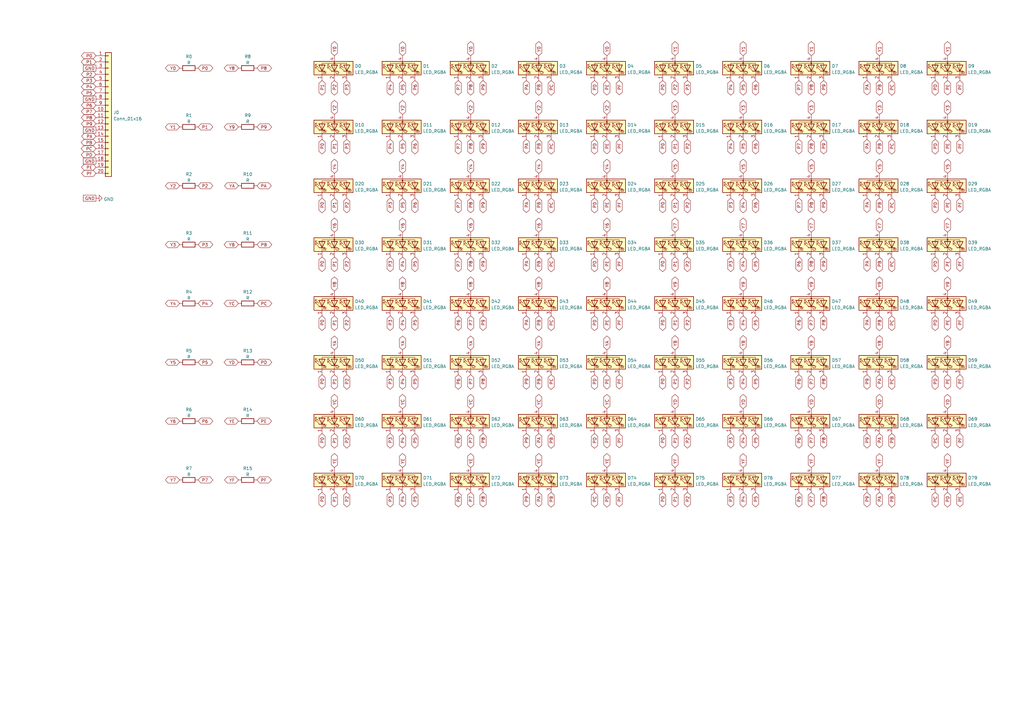
<source format=kicad_sch>
(kicad_sch (version 20211123) (generator eeschema)
  (paper "A3")
  (title_block (title "PICO8T-MATRIX") (date "2022-12-26") (rev "A"))
  (global_label "PB" (shape tri_state) (at 365.76 177.8 270) (property "Intersheet References" "${INTERSHEET_REFS}" (effects hide)))
  (global_label "Y9" (shape bidirectional) (at 276.86 119.38 90) (property "Intersheet References" "${INTERSHEET_REFS}" (effects hide)))
  (global_label "PB" (shape tri_state) (at 360.68 105.41 270) (property "Intersheet References" "${INTERSHEET_REFS}" (effects hide)))
  (global_label "P9" (shape tri_state) (at 198.12 81.28 270) (property "Intersheet References" "${INTERSHEET_REFS}" (effects hide)))
  (global_label "PC" (shape tri_state) (at 383.54 177.8 270) (property "Intersheet References" "${INTERSHEET_REFS}" (effects hide)))
  (global_label "P4" (shape bidirectional) (at 81.28 124.46 0) (property "Intersheet References" "${INTERSHEET_REFS}" (effects hide)))
  (global_label "YD" (shape bidirectional) (at 304.8 167.64 90) (property "Intersheet References" "${INTERSHEET_REFS}" (effects hide)))
  (global_label "PF" (shape tri_state) (at 254 153.67 270) (property "Intersheet References" "${INTERSHEET_REFS}" (effects hide)))
  (global_label "PD" (shape tri_state) (at 383.54 81.28 270) (property "Intersheet References" "${INTERSHEET_REFS}" (effects hide)))
  (global_label "P3" (shape tri_state) (at 299.72 81.28 270) (property "Intersheet References" "${INTERSHEET_REFS}" (effects hide)))
  (global_label "P5" (shape tri_state) (at 170.18 153.67 270) (property "Intersheet References" "${INTERSHEET_REFS}" (effects hide)))
  (global_label "P6" (shape tri_state) (at 170.18 33.02 270) (property "Intersheet References" "${INTERSHEET_REFS}" (effects hide)))
  (global_label "P4" (shape tri_state) (at 165.1 177.8 270) (property "Intersheet References" "${INTERSHEET_REFS}" (effects hide)))
  (global_label "PD" (shape tri_state) (at 243.84 105.41 270) (property "Intersheet References" "${INTERSHEET_REFS}" (effects hide)))
  (global_label "P2" (shape tri_state) (at 137.16 33.02 270) (property "Intersheet References" "${INTERSHEET_REFS}" (effects hide)))
  (global_label "PB" (shape tri_state) (at 220.98 129.54 270) (property "Intersheet References" "${INTERSHEET_REFS}" (effects hide)))
  (global_label "PE" (shape tri_state) (at 388.62 153.67 270) (property "Intersheet References" "${INTERSHEET_REFS}" (effects hide)))
  (global_label "P7" (shape tri_state) (at 332.74 201.93 270) (property "Intersheet References" "${INTERSHEET_REFS}" (effects hide)))
  (global_label "P9" (shape tri_state) (at 355.6 153.67 270) (property "Intersheet References" "${INTERSHEET_REFS}" (effects hide)))
  (global_label "GND" (shape passive) (at 39.37 81.28 180) (property "Intersheet References" "${INTERSHEET_REFS}" (effects hide)))
  (global_label "PB" (shape tri_state) (at 220.98 81.28 270) (property "Intersheet References" "${INTERSHEET_REFS}" (effects hide)))
  (global_label "Y8" (shape bidirectional) (at 248.92 119.38 90) (property "Intersheet References" "${INTERSHEET_REFS}" (effects hide)))
  (global_label "YD" (shape bidirectional) (at 360.68 167.64 90) (property "Intersheet References" "${INTERSHEET_REFS}" (effects hide)))
  (global_label "P6" (shape tri_state) (at 327.66 177.8 270) (property "Intersheet References" "${INTERSHEET_REFS}" (effects hide)))
  (global_label "PC" (shape tri_state) (at 226.06 153.67 270) (property "Intersheet References" "${INTERSHEET_REFS}" (effects hide)))
  (global_label "P2" (shape tri_state) (at 39.37 30.48 180) (property "Intersheet References" "${INTERSHEET_REFS}" (effects hide)))
  (global_label "PC" (shape tri_state) (at 226.06 81.28 270) (property "Intersheet References" "${INTERSHEET_REFS}" (effects hide)))
  (global_label "P3" (shape tri_state) (at 160.02 201.93 270) (property "Intersheet References" "${INTERSHEET_REFS}" (effects hide)))
  (global_label "PC" (shape tri_state) (at 365.76 129.54 270) (property "Intersheet References" "${INTERSHEET_REFS}" (effects hide)))
  (global_label "P5" (shape tri_state) (at 170.18 201.93 270) (property "Intersheet References" "${INTERSHEET_REFS}" (effects hide)))
  (global_label "P7" (shape bidirectional) (at 81.28 196.85 0) (property "Intersheet References" "${INTERSHEET_REFS}" (effects hide)))
  (global_label "P1" (shape tri_state) (at 137.16 81.28 270) (property "Intersheet References" "${INTERSHEET_REFS}" (effects hide)))
  (global_label "Y7" (shape bidirectional) (at 360.68 95.25 90) (property "Intersheet References" "${INTERSHEET_REFS}" (effects hide)))
  (global_label "PB" (shape tri_state) (at 360.68 81.28 270) (property "Intersheet References" "${INTERSHEET_REFS}" (effects hide)))
  (global_label "PF" (shape tri_state) (at 393.7 177.8 270) (property "Intersheet References" "${INTERSHEET_REFS}" (effects hide)))
  (global_label "Y3" (shape bidirectional) (at 304.8 46.99 90) (property "Intersheet References" "${INTERSHEET_REFS}" (effects hide)))
  (global_label "P5" (shape tri_state) (at 309.88 105.41 270) (property "Intersheet References" "${INTERSHEET_REFS}" (effects hide)))
  (global_label "PF" (shape tri_state) (at 393.7 57.15 270) (property "Intersheet References" "${INTERSHEET_REFS}" (effects hide)))
  (global_label "P9" (shape tri_state) (at 198.12 33.02 270) (property "Intersheet References" "${INTERSHEET_REFS}" (effects hide)))
  (global_label "Y5" (shape bidirectional) (at 304.8 71.12 90) (property "Intersheet References" "${INTERSHEET_REFS}" (effects hide)))
  (global_label "YD" (shape bidirectional) (at 332.74 167.64 90) (property "Intersheet References" "${INTERSHEET_REFS}" (effects hide)))
  (global_label "Y9" (shape bidirectional) (at 360.68 119.38 90) (property "Intersheet References" "${INTERSHEET_REFS}" (effects hide)))
  (global_label "P1" (shape tri_state) (at 132.08 33.02 270) (property "Intersheet References" "${INTERSHEET_REFS}" (effects hide)))
  (global_label "YA" (shape bidirectional) (at 220.98 143.51 90) (property "Intersheet References" "${INTERSHEET_REFS}" (effects hide)))
  (global_label "P9" (shape tri_state) (at 355.6 201.93 270) (property "Intersheet References" "${INTERSHEET_REFS}" (effects hide)))
  (global_label "P6" (shape tri_state) (at 187.96 153.67 270) (property "Intersheet References" "${INTERSHEET_REFS}" (effects hide)))
  (global_label "Y6" (shape bidirectional) (at 165.1 95.25 90) (property "Intersheet References" "${INTERSHEET_REFS}" (effects hide)))
  (global_label "PD" (shape tri_state) (at 383.54 57.15 270) (property "Intersheet References" "${INTERSHEET_REFS}" (effects hide)))
  (global_label "YB" (shape bidirectional) (at 332.74 143.51 90) (property "Intersheet References" "${INTERSHEET_REFS}" (effects hide)))
  (global_label "P7" (shape tri_state) (at 327.66 57.15 270) (property "Intersheet References" "${INTERSHEET_REFS}" (effects hide)))
  (global_label "P2" (shape tri_state) (at 281.94 105.41 270) (property "Intersheet References" "${INTERSHEET_REFS}" (effects hide)))
  (global_label "P1" (shape tri_state) (at 137.16 57.15 270) (property "Intersheet References" "${INTERSHEET_REFS}" (effects hide)))
  (global_label "P1" (shape tri_state) (at 39.37 25.4 180) (property "Intersheet References" "${INTERSHEET_REFS}" (effects hide)))
  (global_label "PD" (shape bidirectional) (at 105.41 148.59 0) (property "Intersheet References" "${INTERSHEET_REFS}" (effects hide)))
  (global_label "P0" (shape tri_state) (at 132.08 153.67 270) (property "Intersheet References" "${INTERSHEET_REFS}" (effects hide)))
  (global_label "Y6" (shape bidirectional) (at 137.16 95.25 90) (property "Intersheet References" "${INTERSHEET_REFS}" (effects hide)))
  (global_label "P5" (shape tri_state) (at 309.88 177.8 270) (property "Intersheet References" "${INTERSHEET_REFS}" (effects hide)))
  (global_label "P4" (shape tri_state) (at 304.8 153.67 270) (property "Intersheet References" "${INTERSHEET_REFS}" (effects hide)))
  (global_label "P5" (shape tri_state) (at 165.1 57.15 270) (property "Intersheet References" "${INTERSHEET_REFS}" (effects hide)))
  (global_label "Y6" (shape bidirectional) (at 248.92 95.25 90) (property "Intersheet References" "${INTERSHEET_REFS}" (effects hide)))
  (global_label "P8" (shape tri_state) (at 193.04 105.41 270) (property "Intersheet References" "${INTERSHEET_REFS}" (effects hide)))
  (global_label "PC" (shape tri_state) (at 365.76 33.02 270) (property "Intersheet References" "${INTERSHEET_REFS}" (effects hide)))
  (global_label "PD" (shape tri_state) (at 383.54 153.67 270) (property "Intersheet References" "${INTERSHEET_REFS}" (effects hide)))
  (global_label "P8" (shape tri_state) (at 337.82 153.67 270) (property "Intersheet References" "${INTERSHEET_REFS}" (effects hide)))
  (global_label "P3" (shape tri_state) (at 142.24 57.15 270) (property "Intersheet References" "${INTERSHEET_REFS}" (effects hide)))
  (global_label "PF" (shape tri_state) (at 393.7 129.54 270) (property "Intersheet References" "${INTERSHEET_REFS}" (effects hide)))
  (global_label "P3" (shape tri_state) (at 160.02 129.54 270) (property "Intersheet References" "${INTERSHEET_REFS}" (effects hide)))
  (global_label "P1" (shape tri_state) (at 276.86 201.93 270) (property "Intersheet References" "${INTERSHEET_REFS}" (effects hide)))
  (global_label "Y5" (shape bidirectional) (at 276.86 71.12 90) (property "Intersheet References" "${INTERSHEET_REFS}" (effects hide)))
  (global_label "P4" (shape tri_state) (at 165.1 129.54 270) (property "Intersheet References" "${INTERSHEET_REFS}" (effects hide)))
  (global_label "Y7" (shape bidirectional) (at 332.74 95.25 90) (property "Intersheet References" "${INTERSHEET_REFS}" (effects hide)))
  (global_label "P0" (shape tri_state) (at 271.78 81.28 270) (property "Intersheet References" "${INTERSHEET_REFS}" (effects hide)))
  (global_label "PA" (shape tri_state) (at 215.9 129.54 270) (property "Intersheet References" "${INTERSHEET_REFS}" (effects hide)))
  (global_label "P6" (shape tri_state) (at 39.37 43.18 180) (property "Intersheet References" "${INTERSHEET_REFS}" (effects hide)))
  (global_label "YE" (shape bidirectional) (at 248.92 191.77 90) (property "Intersheet References" "${INTERSHEET_REFS}" (effects hide)))
  (global_label "YB" (shape bidirectional) (at 388.62 143.51 90) (property "Intersheet References" "${INTERSHEET_REFS}" (effects hide)))
  (global_label "P7" (shape tri_state) (at 332.74 129.54 270) (property "Intersheet References" "${INTERSHEET_REFS}" (effects hide)))
  (global_label "P1" (shape bidirectional) (at 81.28 52.07 0) (property "Intersheet References" "${INTERSHEET_REFS}" (effects hide)))
  (global_label "Y8" (shape bidirectional) (at 220.98 119.38 90) (property "Intersheet References" "${INTERSHEET_REFS}" (effects hide)))
  (global_label "PB" (shape bidirectional) (at 105.41 100.33 0) (property "Intersheet References" "${INTERSHEET_REFS}" (effects hide)))
  (global_label "P9" (shape tri_state) (at 39.37 50.8 180) (property "Intersheet References" "${INTERSHEET_REFS}" (effects hide)))
  (global_label "P2" (shape tri_state) (at 281.94 129.54 270) (property "Intersheet References" "${INTERSHEET_REFS}" (effects hide)))
  (global_label "PB" (shape tri_state) (at 220.98 33.02 270) (property "Intersheet References" "${INTERSHEET_REFS}" (effects hide)))
  (global_label "P9" (shape tri_state) (at 337.82 57.15 270) (property "Intersheet References" "${INTERSHEET_REFS}" (effects hide)))
  (global_label "Y9" (shape bidirectional) (at 304.8 119.38 90) (property "Intersheet References" "${INTERSHEET_REFS}" (effects hide)))
  (global_label "PD" (shape tri_state) (at 243.84 129.54 270) (property "Intersheet References" "${INTERSHEET_REFS}" (effects hide)))
  (global_label "PC" (shape tri_state) (at 226.06 105.41 270) (property "Intersheet References" "${INTERSHEET_REFS}" (effects hide)))
  (global_label "PE" (shape tri_state) (at 393.7 201.93 270) (property "Intersheet References" "${INTERSHEET_REFS}" (effects hide)))
  (global_label "PA" (shape tri_state) (at 215.9 105.41 270) (property "Intersheet References" "${INTERSHEET_REFS}" (effects hide)))
  (global_label "P5" (shape tri_state) (at 170.18 177.8 270) (property "Intersheet References" "${INTERSHEET_REFS}" (effects hide)))
  (global_label "P8" (shape tri_state) (at 198.12 153.67 270) (property "Intersheet References" "${INTERSHEET_REFS}" (effects hide)))
  (global_label "PA" (shape tri_state) (at 220.98 201.93 270) (property "Intersheet References" "${INTERSHEET_REFS}" (effects hide)))
  (global_label "PA" (shape bidirectional) (at 105.41 76.2 0) (property "Intersheet References" "${INTERSHEET_REFS}" (effects hide)))
  (global_label "P1" (shape tri_state) (at 137.16 105.41 270) (property "Intersheet References" "${INTERSHEET_REFS}" (effects hide)))
  (global_label "P8" (shape tri_state) (at 193.04 81.28 270) (property "Intersheet References" "${INTERSHEET_REFS}" (effects hide)))
  (global_label "PE" (shape bidirectional) (at 105.41 172.72 0) (property "Intersheet References" "${INTERSHEET_REFS}" (effects hide)))
  (global_label "P7" (shape tri_state) (at 187.96 105.41 270) (property "Intersheet References" "${INTERSHEET_REFS}" (effects hide)))
  (global_label "Y3" (shape bidirectional) (at 276.86 46.99 90) (property "Intersheet References" "${INTERSHEET_REFS}" (effects hide)))
  (global_label "P6" (shape tri_state) (at 327.66 105.41 270) (property "Intersheet References" "${INTERSHEET_REFS}" (effects hide)))
  (global_label "P8" (shape tri_state) (at 198.12 177.8 270) (property "Intersheet References" "${INTERSHEET_REFS}" (effects hide)))
  (global_label "PC" (shape tri_state) (at 39.37 60.96 180) (property "Intersheet References" "${INTERSHEET_REFS}" (effects hide)))
  (global_label "PF" (shape bidirectional) (at 105.41 196.85 0) (property "Intersheet References" "${INTERSHEET_REFS}" (effects hide)))
  (global_label "P9" (shape tri_state) (at 198.12 105.41 270) (property "Intersheet References" "${INTERSHEET_REFS}" (effects hide)))
  (global_label "P5" (shape tri_state) (at 304.8 57.15 270) (property "Intersheet References" "${INTERSHEET_REFS}" (effects hide)))
  (global_label "P3" (shape bidirectional) (at 81.28 100.33 0) (property "Intersheet References" "${INTERSHEET_REFS}" (effects hide)))
  (global_label "Y8" (shape bidirectional) (at 137.16 119.38 90) (property "Intersheet References" "${INTERSHEET_REFS}" (effects hide)))
  (global_label "Y0" (shape bidirectional) (at 220.98 22.86 90) (property "Intersheet References" "${INTERSHEET_REFS}" (effects hide)))
  (global_label "P4" (shape tri_state) (at 304.8 81.28 270) (property "Intersheet References" "${INTERSHEET_REFS}" (effects hide)))
  (global_label "PE" (shape tri_state) (at 248.92 81.28 270) (property "Intersheet References" "${INTERSHEET_REFS}" (effects hide)))
  (global_label "P4" (shape tri_state) (at 299.72 57.15 270) (property "Intersheet References" "${INTERSHEET_REFS}" (effects hide)))
  (global_label "PE" (shape tri_state) (at 39.37 68.58 180) (property "Intersheet References" "${INTERSHEET_REFS}" (effects hide)))
  (global_label "YC" (shape bidirectional) (at 137.16 167.64 90) (property "Intersheet References" "${INTERSHEET_REFS}" (effects hide)))
  (global_label "PA" (shape tri_state) (at 220.98 177.8 270) (property "Intersheet References" "${INTERSHEET_REFS}" (effects hide)))
  (global_label "PB" (shape tri_state) (at 360.68 129.54 270) (property "Intersheet References" "${INTERSHEET_REFS}" (effects hide)))
  (global_label "GND" (shape passive) (at 39.37 66.04 180) (property "Intersheet References" "${INTERSHEET_REFS}" (effects hide)))
  (global_label "P6" (shape tri_state) (at 327.66 201.93 270) (property "Intersheet References" "${INTERSHEET_REFS}" (effects hide)))
  (global_label "P0" (shape tri_state) (at 132.08 57.15 270) (property "Intersheet References" "${INTERSHEET_REFS}" (effects hide)))
  (global_label "P9" (shape tri_state) (at 337.82 33.02 270) (property "Intersheet References" "${INTERSHEET_REFS}" (effects hide)))
  (global_label "YF" (shape bidirectional) (at 360.68 191.77 90) (property "Intersheet References" "${INTERSHEET_REFS}" (effects hide)))
  (global_label "YE" (shape bidirectional) (at 137.16 191.77 90) (property "Intersheet References" "${INTERSHEET_REFS}" (effects hide)))
  (global_label "YC" (shape bidirectional) (at 193.04 167.64 90) (property "Intersheet References" "${INTERSHEET_REFS}" (effects hide)))
  (global_label "Y8" (shape bidirectional) (at 97.79 27.94 180) (property "Intersheet References" "${INTERSHEET_REFS}" (effects hide)))
  (global_label "PD" (shape tri_state) (at 243.84 177.8 270) (property "Intersheet References" "${INTERSHEET_REFS}" (effects hide)))
  (global_label "P4" (shape tri_state) (at 165.1 105.41 270) (property "Intersheet References" "${INTERSHEET_REFS}" (effects hide)))
  (global_label "YA" (shape bidirectional) (at 137.16 143.51 90) (property "Intersheet References" "${INTERSHEET_REFS}" (effects hide)))
  (global_label "P1" (shape tri_state) (at 276.86 129.54 270) (property "Intersheet References" "${INTERSHEET_REFS}" (effects hide)))
  (global_label "Y5" (shape bidirectional) (at 73.66 148.59 180) (property "Intersheet References" "${INTERSHEET_REFS}" (effects hide)))
  (global_label "P2" (shape tri_state) (at 142.24 105.41 270) (property "Intersheet References" "${INTERSHEET_REFS}" (effects hide)))
  (global_label "P8" (shape tri_state) (at 332.74 81.28 270) (property "Intersheet References" "${INTERSHEET_REFS}" (effects hide)))
  (global_label "P0" (shape tri_state) (at 271.78 129.54 270) (property "Intersheet References" "${INTERSHEET_REFS}" (effects hide)))
  (global_label "YA" (shape bidirectional) (at 165.1 143.51 90) (property "Intersheet References" "${INTERSHEET_REFS}" (effects hide)))
  (global_label "P3" (shape tri_state) (at 299.72 129.54 270) (property "Intersheet References" "${INTERSHEET_REFS}" (effects hide)))
  (global_label "P2" (shape tri_state) (at 142.24 177.8 270) (property "Intersheet References" "${INTERSHEET_REFS}" (effects hide)))
  (global_label "PE" (shape tri_state) (at 388.62 33.02 270) (property "Intersheet References" "${INTERSHEET_REFS}" (effects hide)))
  (global_label "P9" (shape tri_state) (at 337.82 81.28 270) (property "Intersheet References" "${INTERSHEET_REFS}" (effects hide)))
  (global_label "PA" (shape tri_state) (at 355.6 129.54 270) (property "Intersheet References" "${INTERSHEET_REFS}" (effects hide)))
  (global_label "P5" (shape tri_state) (at 309.88 153.67 270) (property "Intersheet References" "${INTERSHEET_REFS}" (effects hide)))
  (global_label "P7" (shape tri_state) (at 193.04 201.93 270) (property "Intersheet References" "${INTERSHEET_REFS}" (effects hide)))
  (global_label "PE" (shape tri_state) (at 388.62 81.28 270) (property "Intersheet References" "${INTERSHEET_REFS}" (effects hide)))
  (global_label "PD" (shape tri_state) (at 248.92 201.93 270) (property "Intersheet References" "${INTERSHEET_REFS}" (effects hide)))
  (global_label "PA" (shape tri_state) (at 215.9 33.02 270) (property "Intersheet References" "${INTERSHEET_REFS}" (effects hide)))
  (global_label "P6" (shape tri_state) (at 187.96 129.54 270) (property "Intersheet References" "${INTERSHEET_REFS}" (effects hide)))
  (global_label "P4" (shape tri_state) (at 165.1 153.67 270) (property "Intersheet References" "${INTERSHEET_REFS}" (effects hide)))
  (global_label "P9" (shape tri_state) (at 215.9 201.93 270) (property "Intersheet References" "${INTERSHEET_REFS}" (effects hide)))
  (global_label "GND" (shape passive) (at 39.37 40.64 180) (property "Intersheet References" "${INTERSHEET_REFS}" (effects hide)))
  (global_label "GND" (shape passive) (at 39.37 27.94 180) (property "Intersheet References" "${INTERSHEET_REFS}" (effects hide)))
  (global_label "P7" (shape tri_state) (at 327.66 33.02 270) (property "Intersheet References" "${INTERSHEET_REFS}" (effects hide)))
  (global_label "YF" (shape bidirectional) (at 276.86 191.77 90) (property "Intersheet References" "${INTERSHEET_REFS}" (effects hide)))
  (global_label "Y4" (shape bidirectional) (at 73.66 124.46 180) (property "Intersheet References" "${INTERSHEET_REFS}" (effects hide)))
  (global_label "P8" (shape tri_state) (at 332.74 57.15 270) (property "Intersheet References" "${INTERSHEET_REFS}" (effects hide)))
  (global_label "P7" (shape tri_state) (at 327.66 81.28 270) (property "Intersheet References" "${INTERSHEET_REFS}" (effects hide)))
  (global_label "P1" (shape tri_state) (at 137.16 177.8 270) (property "Intersheet References" "${INTERSHEET_REFS}" (effects hide)))
  (global_label "P1" (shape tri_state) (at 276.86 81.28 270) (property "Intersheet References" "${INTERSHEET_REFS}" (effects hide)))
  (global_label "PE" (shape tri_state) (at 388.62 57.15 270) (property "Intersheet References" "${INTERSHEET_REFS}" (effects hide)))
  (global_label "PA" (shape tri_state) (at 355.6 105.41 270) (property "Intersheet References" "${INTERSHEET_REFS}" (effects hide)))
  (global_label "P5" (shape tri_state) (at 170.18 129.54 270) (property "Intersheet References" "${INTERSHEET_REFS}" (effects hide)))
  (global_label "P4" (shape tri_state) (at 299.72 33.02 270) (property "Intersheet References" "${INTERSHEET_REFS}" (effects hide)))
  (global_label "Y7" (shape bidirectional) (at 73.66 196.85 180) (property "Intersheet References" "${INTERSHEET_REFS}" (effects hide)))
  (global_label "YE" (shape bidirectional) (at 220.98 191.77 90) (property "Intersheet References" "${INTERSHEET_REFS}" (effects hide)))
  (global_label "P8" (shape tri_state) (at 193.04 33.02 270) (property "Intersheet References" "${INTERSHEET_REFS}" (effects hide)))
  (global_label "P3" (shape tri_state) (at 299.72 201.93 270) (property "Intersheet References" "${INTERSHEET_REFS}" (effects hide)))
  (global_label "PA" (shape tri_state) (at 360.68 201.93 270) (property "Intersheet References" "${INTERSHEET_REFS}" (effects hide)))
  (global_label "Y9" (shape bidirectional) (at 97.79 52.07 180) (property "Intersheet References" "${INTERSHEET_REFS}" (effects hide)))
  (global_label "Y5" (shape bidirectional) (at 360.68 71.12 90) (property "Intersheet References" "${INTERSHEET_REFS}" (effects hide)))
  (global_label "YE" (shape bidirectional) (at 165.1 191.77 90) (property "Intersheet References" "${INTERSHEET_REFS}" (effects hide)))
  (global_label "Y0" (shape bidirectional) (at 165.1 22.86 90) (property "Intersheet References" "${INTERSHEET_REFS}" (effects hide)))
  (global_label "P7" (shape tri_state) (at 187.96 33.02 270) (property "Intersheet References" "${INTERSHEET_REFS}" (effects hide)))
  (global_label "P8" (shape tri_state) (at 193.04 57.15 270) (property "Intersheet References" "${INTERSHEET_REFS}" (effects hide)))
  (global_label "PD" (shape tri_state) (at 243.84 33.02 270) (property "Intersheet References" "${INTERSHEET_REFS}" (effects hide)))
  (global_label "PB" (shape tri_state) (at 220.98 105.41 270) (property "Intersheet References" "${INTERSHEET_REFS}" (effects hide)))
  (global_label "PC" (shape tri_state) (at 226.06 33.02 270) (property "Intersheet References" "${INTERSHEET_REFS}" (effects hide)))
  (global_label "PA" (shape tri_state) (at 39.37 55.88 180) (property "Intersheet References" "${INTERSHEET_REFS}" (effects hide)))
  (global_label "Y4" (shape bidirectional) (at 248.92 71.12 90) (property "Intersheet References" "${INTERSHEET_REFS}" (effects hide)))
  (global_label "P0" (shape tri_state) (at 132.08 129.54 270) (property "Intersheet References" "${INTERSHEET_REFS}" (effects hide)))
  (global_label "PC" (shape tri_state) (at 383.54 201.93 270) (property "Intersheet References" "${INTERSHEET_REFS}" (effects hide)))
  (global_label "Y2" (shape bidirectional) (at 220.98 46.99 90) (property "Intersheet References" "${INTERSHEET_REFS}" (effects hide)))
  (global_label "P2" (shape tri_state) (at 142.24 129.54 270) (property "Intersheet References" "${INTERSHEET_REFS}" (effects hide)))
  (global_label "Y1" (shape bidirectional) (at 276.86 22.86 90) (property "Intersheet References" "${INTERSHEET_REFS}" (effects hide)))
  (global_label "PB" (shape tri_state) (at 360.68 57.15 270) (property "Intersheet References" "${INTERSHEET_REFS}" (effects hide)))
  (global_label "PD" (shape tri_state) (at 383.54 33.02 270) (property "Intersheet References" "${INTERSHEET_REFS}" (effects hide)))
  (global_label "P2" (shape tri_state) (at 142.24 153.67 270) (property "Intersheet References" "${INTERSHEET_REFS}" (effects hide)))
  (global_label "P4" (shape tri_state) (at 165.1 201.93 270) (property "Intersheet References" "${INTERSHEET_REFS}" (effects hide)))
  (global_label "P5" (shape tri_state) (at 309.88 201.93 270) (property "Intersheet References" "${INTERSHEET_REFS}" (effects hide)))
  (global_label "PA" (shape tri_state) (at 215.9 81.28 270) (property "Intersheet References" "${INTERSHEET_REFS}" (effects hide)))
  (global_label "P5" (shape tri_state) (at 170.18 105.41 270) (property "Intersheet References" "${INTERSHEET_REFS}" (effects hide)))
  (global_label "PA" (shape tri_state) (at 215.9 57.15 270) (property "Intersheet References" "${INTERSHEET_REFS}" (effects hide)))
  (global_label "YF" (shape bidirectional) (at 388.62 191.77 90) (property "Intersheet References" "${INTERSHEET_REFS}" (effects hide)))
  (global_label "PD" (shape tri_state) (at 243.84 57.15 270) (property "Intersheet References" "${INTERSHEET_REFS}" (effects hide)))
  (global_label "P5" (shape tri_state) (at 39.37 38.1 180) (property "Intersheet References" "${INTERSHEET_REFS}" (effects hide)))
  (global_label "Y8" (shape bidirectional) (at 165.1 119.38 90) (property "Intersheet References" "${INTERSHEET_REFS}" (effects hide)))
  (global_label "PF" (shape tri_state) (at 254 105.41 270) (property "Intersheet References" "${INTERSHEET_REFS}" (effects hide)))
  (global_label "P2" (shape tri_state) (at 281.94 177.8 270) (property "Intersheet References" "${INTERSHEET_REFS}" (effects hide)))
  (global_label "PF" (shape tri_state) (at 254 177.8 270) (property "Intersheet References" "${INTERSHEET_REFS}" (effects hide)))
  (global_label "Y7" (shape bidirectional) (at 276.86 95.25 90) (property "Intersheet References" "${INTERSHEET_REFS}" (effects hide)))
  (global_label "PC" (shape tri_state) (at 243.84 201.93 270) (property "Intersheet References" "${INTERSHEET_REFS}" (effects hide)))
  (global_label "P2" (shape tri_state) (at 281.94 153.67 270) (property "Intersheet References" "${INTERSHEET_REFS}" (effects hide)))
  (global_label "PE" (shape tri_state) (at 248.92 177.8 270) (property "Intersheet References" "${INTERSHEET_REFS}" (effects hide)))
  (global_label "YC" (shape bidirectional) (at 97.79 124.46 180) (property "Intersheet References" "${INTERSHEET_REFS}" (effects hide)))
  (global_label "P7" (shape tri_state) (at 39.37 45.72 180) (property "Intersheet References" "${INTERSHEET_REFS}" (effects hide)))
  (global_label "P8" (shape tri_state) (at 337.82 201.93 270) (property "Intersheet References" "${INTERSHEET_REFS}" (effects hide)))
  (global_label "PD" (shape tri_state) (at 383.54 105.41 270) (property "Intersheet References" "${INTERSHEET_REFS}" (effects hide)))
  (global_label "PD" (shape tri_state) (at 39.37 63.5 180) (property "Intersheet References" "${INTERSHEET_REFS}" (effects hide)))
  (global_label "P7" (shape tri_state) (at 332.74 153.67 270) (property "Intersheet References" "${INTERSHEET_REFS}" (effects hide)))
  (global_label "PB" (shape tri_state) (at 220.98 57.15 270) (property "Intersheet References" "${INTERSHEET_REFS}" (effects hide)))
  (global_label "P1" (shape tri_state) (at 276.86 105.41 270) (property "Intersheet References" "${INTERSHEET_REFS}" (effects hide)))
  (global_label "P9" (shape bidirectional) (at 105.41 52.07 0) (property "Intersheet References" "${INTERSHEET_REFS}" (effects hide)))
  (global_label "YA" (shape bidirectional) (at 97.79 76.2 180) (property "Intersheet References" "${INTERSHEET_REFS}" (effects hide)))
  (global_label "P2" (shape tri_state) (at 276.86 33.02 270) (property "Intersheet References" "${INTERSHEET_REFS}" (effects hide)))
  (global_label "P0" (shape tri_state) (at 271.78 177.8 270) (property "Intersheet References" "${INTERSHEET_REFS}" (effects hide)))
  (global_label "P5" (shape tri_state) (at 165.1 33.02 270) (property "Intersheet References" "${INTERSHEET_REFS}" (effects hide)))
  (global_label "PE" (shape tri_state) (at 388.62 105.41 270) (property "Intersheet References" "${INTERSHEET_REFS}" (effects hide)))
  (global_label "P0" (shape tri_state) (at 271.78 201.93 270) (property "Intersheet References" "${INTERSHEET_REFS}" (effects hide)))
  (global_label "PF" (shape tri_state) (at 254 201.93 270) (property "Intersheet References" "${INTERSHEET_REFS}" (effects hide)))
  (global_label "PB" (shape tri_state) (at 39.37 58.42 180) (property "Intersheet References" "${INTERSHEET_REFS}" (effects hide)))
  (global_label "Y0" (shape bidirectional) (at 137.16 22.86 90) (property "Intersheet References" "${INTERSHEET_REFS}" (effects hide)))
  (global_label "Y7" (shape bidirectional) (at 304.8 95.25 90) (property "Intersheet References" "${INTERSHEET_REFS}" (effects hide)))
  (global_label "PE" (shape tri_state) (at 248.92 105.41 270) (property "Intersheet References" "${INTERSHEET_REFS}" (effects hide)))
  (global_label "P3" (shape tri_state) (at 142.24 33.02 270) (property "Intersheet References" "${INTERSHEET_REFS}" (effects hide)))
  (global_label "P2" (shape bidirectional) (at 81.28 76.2 0) (property "Intersheet References" "${INTERSHEET_REFS}" (effects hide)))
  (global_label "PD" (shape tri_state) (at 383.54 129.54 270) (property "Intersheet References" "${INTERSHEET_REFS}" (effects hide)))
  (global_label "PA" (shape tri_state) (at 360.68 177.8 270) (property "Intersheet References" "${INTERSHEET_REFS}" (effects hide)))
  (global_label "P5" (shape bidirectional) (at 81.28 148.59 0) (property "Intersheet References" "${INTERSHEET_REFS}" (effects hide)))
  (global_label "PF" (shape tri_state) (at 254 129.54 270) (property "Intersheet References" "${INTERSHEET_REFS}" (effects hide)))
  (global_label "P0" (shape tri_state) (at 271.78 105.41 270) (property "Intersheet References" "${INTERSHEET_REFS}" (effects hide)))
  (global_label "Y6" (shape bidirectional) (at 193.04 95.25 90) (property "Intersheet References" "${INTERSHEET_REFS}" (effects hide)))
  (global_label "PF" (shape tri_state) (at 254 33.02 270) (property "Intersheet References" "${INTERSHEET_REFS}" (effects hide)))
  (global_label "Y2" (shape bidirectional) (at 137.16 46.99 90) (property "Intersheet References" "${INTERSHEET_REFS}" (effects hide)))
  (global_label "PC" (shape tri_state) (at 365.76 105.41 270) (property "Intersheet References" "${INTERSHEET_REFS}" (effects hide)))
  (global_label "P8" (shape tri_state) (at 337.82 177.8 270) (property "Intersheet References" "${INTERSHEET_REFS}" (effects hide)))
  (global_label "P7" (shape tri_state) (at 187.96 81.28 270) (property "Intersheet References" "${INTERSHEET_REFS}" (effects hide)))
  (global_label "P7" (shape tri_state) (at 193.04 177.8 270) (property "Intersheet References" "${INTERSHEET_REFS}" (effects hide)))
  (global_label "PF" (shape tri_state) (at 254 81.28 270) (property "Intersheet References" "${INTERSHEET_REFS}" (effects hide)))
  (global_label "Y1" (shape bidirectional) (at 388.62 22.86 90) (property "Intersheet References" "${INTERSHEET_REFS}" (effects hide)))
  (global_label "PE" (shape tri_state) (at 248.92 153.67 270) (property "Intersheet References" "${INTERSHEET_REFS}" (effects hide)))
  (global_label "PF" (shape tri_state) (at 393.7 105.41 270) (property "Intersheet References" "${INTERSHEET_REFS}" (effects hide)))
  (global_label "P0" (shape tri_state) (at 132.08 201.93 270) (property "Intersheet References" "${INTERSHEET_REFS}" (effects hide)))
  (global_label "P3" (shape tri_state) (at 299.72 105.41 270) (property "Intersheet References" "${INTERSHEET_REFS}" (effects hide)))
  (global_label "YB" (shape bidirectional) (at 276.86 143.51 90) (property "Intersheet References" "${INTERSHEET_REFS}" (effects hide)))
  (global_label "PD" (shape tri_state) (at 388.62 201.93 270) (property "Intersheet References" "${INTERSHEET_REFS}" (effects hide)))
  (global_label "P9" (shape tri_state) (at 198.12 57.15 270) (property "Intersheet References" "${INTERSHEET_REFS}" (effects hide)))
  (global_label "PF" (shape tri_state) (at 393.7 153.67 270) (property "Intersheet References" "${INTERSHEET_REFS}" (effects hide)))
  (global_label "P4" (shape tri_state) (at 304.8 105.41 270) (property "Intersheet References" "${INTERSHEET_REFS}" (effects hide)))
  (global_label "P3" (shape tri_state) (at 299.72 177.8 270) (property "Intersheet References" "${INTERSHEET_REFS}" (effects hide)))
  (global_label "P8" (shape tri_state) (at 198.12 201.93 270) (property "Intersheet References" "${INTERSHEET_REFS}" (effects hide)))
  (global_label "P1" (shape tri_state) (at 137.16 201.93 270) (property "Intersheet References" "${INTERSHEET_REFS}" (effects hide)))
  (global_label "P4" (shape tri_state) (at 304.8 129.54 270) (property "Intersheet References" "${INTERSHEET_REFS}" (effects hide)))
  (global_label "P3" (shape tri_state) (at 160.02 105.41 270) (property "Intersheet References" "${INTERSHEET_REFS}" (effects hide)))
  (global_label "P2" (shape tri_state) (at 142.24 81.28 270) (property "Intersheet References" "${INTERSHEET_REFS}" (effects hide)))
  (global_label "P6" (shape tri_state) (at 309.88 33.02 270) (property "Intersheet References" "${INTERSHEET_REFS}" (effects hide)))
  (global_label "PF" (shape tri_state) (at 254 57.15 270) (property "Intersheet References" "${INTERSHEET_REFS}" (effects hide)))
  (global_label "P7" (shape tri_state) (at 193.04 153.67 270) (property "Intersheet References" "${INTERSHEET_REFS}" (effects hide)))
  (global_label "PC" (shape tri_state) (at 365.76 81.28 270) (property "Intersheet References" "${INTERSHEET_REFS}" (effects hide)))
  (global_label "Y1" (shape bidirectional) (at 304.8 22.86 90) (property "Intersheet References" "${INTERSHEET_REFS}" (effects hide)))
  (global_label "P4" (shape tri_state) (at 304.8 201.93 270) (property "Intersheet References" "${INTERSHEET_REFS}" (effects hide)))
  (global_label "P8" (shape tri_state) (at 337.82 129.54 270) (property "Intersheet References" "${INTERSHEET_REFS}" (effects hide)))
  (global_label "YD" (shape bidirectional) (at 388.62 167.64 90) (property "Intersheet References" "${INTERSHEET_REFS}" (effects hide)))
  (global_label "P3" (shape tri_state) (at 160.02 153.67 270) (property "Intersheet References" "${INTERSHEET_REFS}" (effects hide)))
  (global_label "P0" (shape bidirectional) (at 81.28 27.94 0) (property "Intersheet References" "${INTERSHEET_REFS}" (effects hide)))
  (global_label "YE" (shape bidirectional) (at 97.79 172.72 180) (property "Intersheet References" "${INTERSHEET_REFS}" (effects hide)))
  (global_label "Y4" (shape bidirectional) (at 165.1 71.12 90) (property "Intersheet References" "${INTERSHEET_REFS}" (effects hide)))
  (global_label "PE" (shape tri_state) (at 248.92 57.15 270) (property "Intersheet References" "${INTERSHEET_REFS}" (effects hide)))
  (global_label "Y2" (shape bidirectional) (at 165.1 46.99 90) (property "Intersheet References" "${INTERSHEET_REFS}" (effects hide)))
  (global_label "PA" (shape tri_state) (at 360.68 153.67 270) (property "Intersheet References" "${INTERSHEET_REFS}" (effects hide)))
  (global_label "P4" (shape tri_state) (at 39.37 35.56 180) (property "Intersheet References" "${INTERSHEET_REFS}" (effects hide)))
  (global_label "Y6" (shape bidirectional) (at 73.66 172.72 180) (property "Intersheet References" "${INTERSHEET_REFS}" (effects hide)))
  (global_label "YF" (shape bidirectional) (at 332.74 191.77 90) (property "Intersheet References" "${INTERSHEET_REFS}" (effects hide)))
  (global_label "Y5" (shape bidirectional) (at 332.74 71.12 90) (property "Intersheet References" "${INTERSHEET_REFS}" (effects hide)))
  (global_label "P7" (shape tri_state) (at 193.04 129.54 270) (property "Intersheet References" "${INTERSHEET_REFS}" (effects hide)))
  (global_label "P3" (shape tri_state) (at 160.02 81.28 270) (property "Intersheet References" "${INTERSHEET_REFS}" (effects hide)))
  (global_label "PE" (shape tri_state) (at 248.92 33.02 270) (property "Intersheet References" "${INTERSHEET_REFS}" (effects hide)))
  (global_label "P1" (shape tri_state) (at 137.16 153.67 270) (property "Intersheet References" "${INTERSHEET_REFS}" (effects hide)))
  (global_label "PA" (shape tri_state) (at 355.6 33.02 270) (property "Intersheet References" "${INTERSHEET_REFS}" (effects hide)))
  (global_label "Y2" (shape bidirectional) (at 73.66 76.2 180) (property "Intersheet References" "${INTERSHEET_REFS}" (effects hide)))
  (global_label "P2" (shape tri_state) (at 281.94 201.93 270) (property "Intersheet References" "${INTERSHEET_REFS}" (effects hide)))
  (global_label "P2" (shape tri_state) (at 281.94 57.15 270) (property "Intersheet References" "${INTERSHEET_REFS}" (effects hide)))
  (global_label "P9" (shape tri_state) (at 215.9 177.8 270) (property "Intersheet References" "${INTERSHEET_REFS}" (effects hide)))
  (global_label "P6" (shape tri_state) (at 309.88 57.15 270) (property "Intersheet References" "${INTERSHEET_REFS}" (effects hide)))
  (global_label "P3" (shape tri_state) (at 281.94 33.02 270) (property "Intersheet References" "${INTERSHEET_REFS}" (effects hide)))
  (global_label "Y0" (shape bidirectional) (at 193.04 22.86 90) (property "Intersheet References" "${INTERSHEET_REFS}" (effects hide)))
  (global_label "P5" (shape tri_state) (at 304.8 33.02 270) (property "Intersheet References" "${INTERSHEET_REFS}" (effects hide)))
  (global_label "P3" (shape tri_state) (at 160.02 177.8 270) (property "Intersheet References" "${INTERSHEET_REFS}" (effects hide)))
  (global_label "PE" (shape tri_state) (at 248.92 129.54 270) (property "Intersheet References" "${INTERSHEET_REFS}" (effects hide)))
  (global_label "P2" (shape tri_state) (at 281.94 81.28 270) (property "Intersheet References" "${INTERSHEET_REFS}" (effects hide)))
  (global_label "YB" (shape bidirectional) (at 97.79 100.33 180) (property "Intersheet References" "${INTERSHEET_REFS}" (effects hide)))
  (global_label "Y6" (shape bidirectional) (at 220.98 95.25 90) (property "Intersheet References" "${INTERSHEET_REFS}" (effects hide)))
  (global_label "Y4" (shape bidirectional) (at 193.04 71.12 90) (property "Intersheet References" "${INTERSHEET_REFS}" (effects hide)))
  (global_label "P4" (shape tri_state) (at 160.02 33.02 270) (property "Intersheet References" "${INTERSHEET_REFS}" (effects hide)))
  (global_label "P0" (shape tri_state) (at 132.08 81.28 270) (property "Intersheet References" "${INTERSHEET_REFS}" (effects hide)))
  (global_label "P6" (shape tri_state) (at 170.18 57.15 270) (property "Intersheet References" "${INTERSHEET_REFS}" (effects hide)))
  (global_label "Y2" (shape bidirectional) (at 193.04 46.99 90) (property "Intersheet References" "${INTERSHEET_REFS}" (effects hide)))
  (global_label "PC" (shape tri_state) (at 365.76 57.15 270) (property "Intersheet References" "${INTERSHEET_REFS}" (effects hide)))
  (global_label "P7" (shape tri_state) (at 187.96 57.15 270) (property "Intersheet References" "${INTERSHEET_REFS}" (effects hide)))
  (global_label "P4" (shape tri_state) (at 304.8 177.8 270) (property "Intersheet References" "${INTERSHEET_REFS}" (effects hide)))
  (global_label "PB" (shape tri_state) (at 360.68 33.02 270) (property "Intersheet References" "${INTERSHEET_REFS}" (effects hide)))
  (global_label "P0" (shape tri_state) (at 271.78 57.15 270) (property "Intersheet References" "${INTERSHEET_REFS}" (effects hide)))
  (global_label "P6" (shape tri_state) (at 327.66 129.54 270) (property "Intersheet References" "${INTERSHEET_REFS}" (effects hide)))
  (global_label "P9" (shape tri_state) (at 355.6 177.8 270) (property "Intersheet References" "${INTERSHEET_REFS}" (effects hide)))
  (global_label "YD" (shape bidirectional) (at 276.86 167.64 90) (property "Intersheet References" "${INTERSHEET_REFS}" (effects hide)))
  (global_label "P6" (shape bidirectional) (at 81.28 172.72 0) (property "Intersheet References" "${INTERSHEET_REFS}" (effects hide)))
  (global_label "YD" (shape bidirectional) (at 97.79 148.59 180) (property "Intersheet References" "${INTERSHEET_REFS}" (effects hide)))
  (global_label "Y5" (shape bidirectional) (at 388.62 71.12 90) (property "Intersheet References" "${INTERSHEET_REFS}" (effects hide)))
  (global_label "YF" (shape bidirectional) (at 304.8 191.77 90) (property "Intersheet References" "${INTERSHEET_REFS}" (effects hide)))
  (global_label "P5" (shape tri_state) (at 165.1 81.28 270) (property "Intersheet References" "${INTERSHEET_REFS}" (effects hide)))
  (global_label "PF" (shape tri_state) (at 393.7 81.28 270) (property "Intersheet References" "${INTERSHEET_REFS}" (effects hide)))
  (global_label "PB" (shape tri_state) (at 226.06 201.93 270) (property "Intersheet References" "${INTERSHEET_REFS}" (effects hide)))
  (global_label "PB" (shape tri_state) (at 220.98 153.67 270) (property "Intersheet References" "${INTERSHEET_REFS}" (effects hide)))
  (global_label "YF" (shape bidirectional) (at 97.79 196.85 180) (property "Intersheet References" "${INTERSHEET_REFS}" (effects hide)))
  (global_label "Y3" (shape bidirectional) (at 73.66 100.33 180) (property "Intersheet References" "${INTERSHEET_REFS}" (effects hide)))
  (global_label "P1" (shape tri_state) (at 276.86 177.8 270) (property "Intersheet References" "${INTERSHEET_REFS}" (effects hide)))
  (global_label "YE" (shape bidirectional) (at 193.04 191.77 90) (property "Intersheet References" "${INTERSHEET_REFS}" (effects hide)))
  (global_label "PC" (shape tri_state) (at 226.06 57.15 270) (property "Intersheet References" "${INTERSHEET_REFS}" (effects hide)))
  (global_label "Y4" (shape bidirectional) (at 220.98 71.12 90) (property "Intersheet References" "${INTERSHEET_REFS}" (effects hide)))
  (global_label "YB" (shape bidirectional) (at 304.8 143.51 90) (property "Intersheet References" "${INTERSHEET_REFS}" (effects hide)))
  (global_label "YC" (shape bidirectional) (at 220.98 167.64 90) (property "Intersheet References" "${INTERSHEET_REFS}" (effects hide)))
  (global_label "PC" (shape tri_state) (at 365.76 153.67 270) (property "Intersheet References" "${INTERSHEET_REFS}" (effects hide)))
  (global_label "YA" (shape bidirectional) (at 248.92 143.51 90) (property "Intersheet References" "${INTERSHEET_REFS}" (effects hide)))
  (global_label "P3" (shape tri_state) (at 299.72 153.67 270) (property "Intersheet References" "${INTERSHEET_REFS}" (effects hide)))
  (global_label "P6" (shape tri_state) (at 327.66 153.67 270) (property "Intersheet References" "${INTERSHEET_REFS}" (effects hide)))
  (global_label "Y9" (shape bidirectional) (at 388.62 119.38 90) (property "Intersheet References" "${INTERSHEET_REFS}" (effects hide)))
  (global_label "P1" (shape tri_state) (at 276.86 57.15 270) (property "Intersheet References" "${INTERSHEET_REFS}" (effects hide)))
  (global_label "PE" (shape tri_state) (at 388.62 129.54 270) (property "Intersheet References" "${INTERSHEET_REFS}" (effects hide)))
  (global_label "P4" (shape tri_state) (at 160.02 57.15 270) (property "Intersheet References" "${INTERSHEET_REFS}" (effects hide)))
  (global_label "Y3" (shape bidirectional) (at 388.62 46.99 90) (property "Intersheet References" "${INTERSHEET_REFS}" (effects hide)))
  (global_label "Y2" (shape bidirectional) (at 248.92 46.99 90) (property "Intersheet References" "${INTERSHEET_REFS}" (effects hide)))
  (global_label "PD" (shape tri_state) (at 243.84 81.28 270) (property "Intersheet References" "${INTERSHEET_REFS}" (effects hide)))
  (global_label "YA" (shape bidirectional) (at 193.04 143.51 90) (property "Intersheet References" "${INTERSHEET_REFS}" (effects hide)))
  (global_label "PE" (shape tri_state) (at 388.62 177.8 270) (property "Intersheet References" "${INTERSHEET_REFS}" (effects hide)))
  (global_label "PF" (shape tri_state) (at 39.37 71.12 180) (property "Intersheet References" "${INTERSHEET_REFS}" (effects hide)))
  (global_label "P8" (shape tri_state) (at 39.37 48.26 180) (property "Intersheet References" "${INTERSHEET_REFS}" (effects hide)))
  (global_label "P2" (shape tri_state) (at 142.24 201.93 270) (property "Intersheet References" "${INTERSHEET_REFS}" (effects hide)))
  (global_label "P0" (shape tri_state) (at 39.37 22.86 180) (property "Intersheet References" "${INTERSHEET_REFS}" (effects hide)))
  (global_label "P8" (shape bidirectional) (at 105.41 27.94 0) (property "Intersheet References" "${INTERSHEET_REFS}" (effects hide)))
  (global_label "P0" (shape tri_state) (at 271.78 33.02 270) (property "Intersheet References" "${INTERSHEET_REFS}" (effects hide)))
  (global_label "P0" (shape tri_state) (at 132.08 105.41 270) (property "Intersheet References" "${INTERSHEET_REFS}" (effects hide)))
  (global_label "PB" (shape tri_state) (at 226.06 177.8 270) (property "Intersheet References" "${INTERSHEET_REFS}" (effects hide)))
  (global_label "GND" (shape passive) (at 39.37 53.34 180) (property "Intersheet References" "${INTERSHEET_REFS}" (effects hide)))
  (global_label "PA" (shape tri_state) (at 355.6 57.15 270) (property "Intersheet References" "${INTERSHEET_REFS}" (effects hide)))
  (global_label "P7" (shape tri_state) (at 332.74 177.8 270) (property "Intersheet References" "${INTERSHEET_REFS}" (effects hide)))
  (global_label "YC" (shape bidirectional) (at 165.1 167.64 90) (property "Intersheet References" "${INTERSHEET_REFS}" (effects hide)))
  (global_label "PA" (shape tri_state) (at 355.6 81.28 270) (property "Intersheet References" "${INTERSHEET_REFS}" (effects hide)))
  (global_label "PB" (shape tri_state) (at 365.76 201.93 270) (property "Intersheet References" "${INTERSHEET_REFS}" (effects hide)))
  (global_label "P6" (shape tri_state) (at 170.18 81.28 270) (property "Intersheet References" "${INTERSHEET_REFS}" (effects hide)))
  (global_label "PC" (shape bidirectional) (at 105.41 124.46 0) (property "Intersheet References" "${INTERSHEET_REFS}" (effects hide)))
  (global_label "Y4" (shape bidirectional) (at 137.16 71.12 90) (property "Intersheet References" "${INTERSHEET_REFS}" (effects hide)))
  (global_label "P0" (shape tri_state) (at 271.78 153.67 270) (property "Intersheet References" "${INTERSHEET_REFS}" (effects hide)))
  (global_label "P9" (shape tri_state) (at 337.82 105.41 270) (property "Intersheet References" "${INTERSHEET_REFS}" (effects hide)))
  (global_label "Y0" (shape bidirectional) (at 73.66 27.94 180) (property "Intersheet References" "${INTERSHEET_REFS}" (effects hide)))
  (global_label "P6" (shape tri_state) (at 309.88 81.28 270) (property "Intersheet References" "${INTERSHEET_REFS}" (effects hide)))
  (global_label "PC" (shape tri_state) (at 226.06 129.54 270) (property "Intersheet References" "${INTERSHEET_REFS}" (effects hide)))
  (global_label "Y7" (shape bidirectional) (at 388.62 95.25 90) (property "Intersheet References" "${INTERSHEET_REFS}" (effects hide)))
  (global_label "Y1" (shape bidirectional) (at 73.66 52.07 180) (property "Intersheet References" "${INTERSHEET_REFS}" (effects hide)))
  (global_label "P8" (shape tri_state) (at 332.74 105.41 270) (property "Intersheet References" "${INTERSHEET_REFS}" (effects hide)))
  (global_label "Y0" (shape bidirectional) (at 248.92 22.86 90) (property "Intersheet References" "${INTERSHEET_REFS}" (effects hide)))
  (global_label "P6" (shape tri_state) (at 187.96 201.93 270) (property "Intersheet References" "${INTERSHEET_REFS}" (effects hide)))
  (global_label "P1" (shape tri_state) (at 276.86 153.67 270) (property "Intersheet References" "${INTERSHEET_REFS}" (effects hide)))
  (global_label "Y1" (shape bidirectional) (at 360.68 22.86 90) (property "Intersheet References" "${INTERSHEET_REFS}" (effects hide)))
  (global_label "Y9" (shape bidirectional) (at 332.74 119.38 90) (property "Intersheet References" "${INTERSHEET_REFS}" (effects hide)))
  (global_label "PF" (shape tri_state) (at 393.7 33.02 270) (property "Intersheet References" "${INTERSHEET_REFS}" (effects hide)))
  (global_label "Y1" (shape bidirectional) (at 332.74 22.86 90) (property "Intersheet References" "${INTERSHEET_REFS}" (effects hide)))
  (global_label "P0" (shape tri_state) (at 132.08 177.8 270) (property "Intersheet References" "${INTERSHEET_REFS}" (effects hide)))
  (global_label "P1" (shape tri_state) (at 137.16 129.54 270) (property "Intersheet References" "${INTERSHEET_REFS}" (effects hide)))
  (global_label "Y3" (shape bidirectional) (at 360.68 46.99 90) (property "Intersheet References" "${INTERSHEET_REFS}" (effects hide)))
  (global_label "P6" (shape tri_state) (at 187.96 177.8 270) (property "Intersheet References" "${INTERSHEET_REFS}" (effects hide)))
  (global_label "PD" (shape tri_state) (at 243.84 153.67 270) (property "Intersheet References" "${INTERSHEET_REFS}" (effects hide)))
  (global_label "Y8" (shape bidirectional) (at 193.04 119.38 90) (property "Intersheet References" "${INTERSHEET_REFS}" (effects hide)))
  (global_label "Y3" (shape bidirectional) (at 332.74 46.99 90) (property "Intersheet References" "${INTERSHEET_REFS}" (effects hide)))
  (global_label "YB" (shape bidirectional) (at 360.68 143.51 90) (property "Intersheet References" "${INTERSHEET_REFS}" (effects hide)))
  (global_label "P9" (shape tri_state) (at 215.9 153.67 270) (property "Intersheet References" "${INTERSHEET_REFS}" (effects hide)))
  (global_label "P8" (shape tri_state) (at 332.74 33.02 270) (property "Intersheet References" "${INTERSHEET_REFS}" (effects hide)))
  (global_label "P5" (shape tri_state) (at 309.88 129.54 270) (property "Intersheet References" "${INTERSHEET_REFS}" (effects hide)))
  (global_label "P9" (shape tri_state) (at 198.12 129.54 270) (property "Intersheet References" "${INTERSHEET_REFS}" (effects hide)))
  (global_label "YC" (shape bidirectional) (at 248.92 167.64 90) (property "Intersheet References" "${INTERSHEET_REFS}" (effects hide)))
  (global_label "P3" (shape tri_state) (at 39.37 33.02 180) (property "Intersheet References" "${INTERSHEET_REFS}" (effects hide)))
  (symbol (lib_id "Device:R") (at 77.47 172.72 90) (unit 1)
    (property "Reference" "R6" (at 77.47 168.0042 90))
    (property "Value" "R" (at 77.47 170.5411 90))
    (property "Footprint" "Resistor_SMD:R_0603_1608Metric_Pad0.98x0.95mm_HandSolder" (effects hide))
  )
  (symbol (lib_id "Device:LED_RGBA") (at 304.8 124.46 90) (unit 1)
    (property "Reference" "D46" (at 313.182 123.6253 90) (effects (justify right)))
    (property "Value" "LED_RGBA" (at 313.182 126.1622 90) (effects (justify right)))
    (property "Footprint" "Library:RGB_LED" (effects hide))
  )
  (symbol (lib_id "Device:LED_RGBA") (at 360.68 100.33 90) (unit 1)
    (property "Reference" "D38" (at 369.062 99.4953 90) (effects (justify right)))
    (property "Value" "LED_RGBA" (at 369.062 102.0322 90) (effects (justify right)))
    (property "Footprint" "Library:RGB_LED" (effects hide))
  )
  (symbol (lib_id "Device:LED_RGBA") (at 360.68 172.72 90) (unit 1)
    (property "Reference" "D68" (at 369.062 171.8853 90) (effects (justify right)))
    (property "Value" "LED_RGBA" (at 369.062 174.4222 90) (effects (justify right)))
    (property "Footprint" "Library:RGB_LED" (effects hide))
  )
  (symbol (lib_id "Device:LED_RGBA") (at 193.04 100.33 90) (unit 1)
    (property "Reference" "D32" (at 201.422 99.4953 90) (effects (justify right)))
    (property "Value" "LED_RGBA" (at 201.422 102.0322 90) (effects (justify right)))
    (property "Footprint" "Library:RGB_LED" (effects hide))
  )
  (symbol (lib_id "Device:LED_RGBA") (at 388.62 52.07 90) (unit 1)
    (property "Reference" "D19" (at 397.002 51.2353 90) (effects (justify right)))
    (property "Value" "LED_RGBA" (at 397.002 53.7722 90) (effects (justify right)))
    (property "Footprint" "Library:RGB_LED" (effects hide))
  )
  (symbol (lib_id "Device:LED_RGBA") (at 360.68 76.2 90) (unit 1)
    (property "Reference" "D28" (at 369.062 75.3653 90) (effects (justify right)))
    (property "Value" "LED_RGBA" (at 369.062 77.9022 90) (effects (justify right)))
    (property "Footprint" "Library:RGB_LED" (effects hide))
  )
  (symbol (lib_id "Device:LED_RGBA") (at 220.98 52.07 90) (unit 1)
    (property "Reference" "D13" (at 229.362 51.2353 90) (effects (justify right)))
    (property "Value" "LED_RGBA" (at 229.362 53.7722 90) (effects (justify right)))
    (property "Footprint" "Library:RGB_LED" (effects hide))
  )
  (symbol (lib_id "Device:R") (at 101.6 148.59 90) (unit 1)
    (property "Reference" "R13" (at 101.6 143.8742 90))
    (property "Value" "R" (at 101.6 146.4111 90))
    (property "Footprint" "Resistor_SMD:R_0603_1608Metric_Pad0.98x0.95mm_HandSolder" (effects hide))
  )
  (symbol (lib_id "Device:LED_RGBA") (at 165.1 27.94 90) (unit 1)
    (property "Reference" "D1" (at 173.482 27.1053 90) (effects (justify right)))
    (property "Value" "LED_RGBA" (at 173.482 29.6422 90) (effects (justify right)))
    (property "Footprint" "Library:RGB_LED" (effects hide))
  )
  (symbol (lib_id "Device:LED_RGBA") (at 248.92 100.33 90) (unit 1)
    (property "Reference" "D34" (at 257.302 99.4953 90) (effects (justify right)))
    (property "Value" "LED_RGBA" (at 257.302 102.0322 90) (effects (justify right)))
    (property "Footprint" "Library:RGB_LED" (effects hide))
  )
  (symbol (lib_id "Device:LED_RGBA") (at 220.98 148.59 90) (unit 1)
    (property "Reference" "D53" (at 229.362 147.7553 90) (effects (justify right)))
    (property "Value" "LED_RGBA" (at 229.362 150.2922 90) (effects (justify right)))
    (property "Footprint" "Library:RGB_LED" (effects hide))
  )
  (symbol (lib_id "Device:LED_RGBA") (at 388.62 100.33 90) (unit 1)
    (property "Reference" "D39" (at 397.002 99.4953 90) (effects (justify right)))
    (property "Value" "LED_RGBA" (at 397.002 102.0322 90) (effects (justify right)))
    (property "Footprint" "Library:RGB_LED" (effects hide))
  )
  (symbol (lib_id "Device:LED_RGBA") (at 220.98 27.94 90) (unit 1)
    (property "Reference" "D3" (at 229.362 27.1053 90) (effects (justify right)))
    (property "Value" "LED_RGBA" (at 229.362 29.6422 90) (effects (justify right)))
    (property "Footprint" "Library:RGB_LED" (effects hide))
  )
  (symbol (lib_id "Device:R") (at 77.47 100.33 90) (unit 1)
    (property "Reference" "R3" (at 77.47 95.6142 90))
    (property "Value" "R" (at 77.47 98.1511 90))
    (property "Footprint" "Resistor_SMD:R_0603_1608Metric_Pad0.98x0.95mm_HandSolder" (effects hide))
  )
  (symbol (lib_id "Device:R") (at 101.6 124.46 90) (unit 1)
    (property "Reference" "R12" (at 101.6 119.7442 90))
    (property "Value" "R" (at 101.6 122.2811 90))
    (property "Footprint" "Resistor_SMD:R_0603_1608Metric_Pad0.98x0.95mm_HandSolder" (effects hide))
  )
  (symbol (lib_id "Device:LED_RGBA") (at 137.16 148.59 90) (unit 1)
    (property "Reference" "D50" (at 145.542 147.7553 90) (effects (justify right)))
    (property "Value" "LED_RGBA" (at 145.542 150.2922 90) (effects (justify right)))
    (property "Footprint" "Library:RGB_LED" (effects hide))
  )
  (symbol (lib_id "Device:R") (at 101.6 27.94 90) (unit 1)
    (property "Reference" "R8" (at 101.6 23.2242 90))
    (property "Value" "R" (at 101.6 25.7611 90))
    (property "Footprint" "Resistor_SMD:R_0603_1608Metric_Pad0.98x0.95mm_HandSolder" (effects hide))
  )
  (symbol (lib_id "Device:LED_RGBA") (at 137.16 172.72 90) (unit 1)
    (property "Reference" "D60" (at 145.542 171.8853 90) (effects (justify right)))
    (property "Value" "LED_RGBA" (at 145.542 174.4222 90) (effects (justify right)))
    (property "Footprint" "Library:RGB_LED" (effects hide))
  )
  (symbol (lib_id "Device:R") (at 77.47 148.59 90) (unit 1)
    (property "Reference" "R5" (at 77.47 143.8742 90))
    (property "Value" "R" (at 77.47 146.4111 90))
    (property "Footprint" "Resistor_SMD:R_0603_1608Metric_Pad0.98x0.95mm_HandSolder" (effects hide))
  )
  (symbol (lib_id "Device:LED_RGBA") (at 193.04 124.46 90) (unit 1)
    (property "Reference" "D42" (at 201.422 123.6253 90) (effects (justify right)))
    (property "Value" "LED_RGBA" (at 201.422 126.1622 90) (effects (justify right)))
    (property "Footprint" "Library:RGB_LED" (effects hide))
  )
  (symbol (lib_id "Device:LED_RGBA") (at 388.62 196.85 90) (unit 1)
    (property "Reference" "D79" (at 397.002 196.0153 90) (effects (justify right)))
    (property "Value" "LED_RGBA" (at 397.002 198.5522 90) (effects (justify right)))
    (property "Footprint" "Library:RGB_LED" (effects hide))
  )
  (symbol (lib_id "Device:LED_RGBA") (at 220.98 100.33 90) (unit 1)
    (property "Reference" "D33" (at 229.362 99.4953 90) (effects (justify right)))
    (property "Value" "LED_RGBA" (at 229.362 102.0322 90) (effects (justify right)))
    (property "Footprint" "Library:RGB_LED" (effects hide))
  )
  (symbol (lib_id "Device:LED_RGBA") (at 276.86 172.72 90) (unit 1)
    (property "Reference" "D65" (at 285.242 171.8853 90) (effects (justify right)))
    (property "Value" "LED_RGBA" (at 285.242 174.4222 90) (effects (justify right)))
    (property "Footprint" "Library:RGB_LED" (effects hide))
  )
  (symbol (lib_id "Device:R") (at 77.47 76.2 90) (unit 1)
    (property "Reference" "R2" (at 77.47 71.4842 90))
    (property "Value" "R" (at 77.47 74.0211 90))
    (property "Footprint" "Resistor_SMD:R_0603_1608Metric_Pad0.98x0.95mm_HandSolder" (effects hide))
  )
  (symbol (lib_id "Device:R") (at 101.6 76.2 90) (unit 1)
    (property "Reference" "R10" (at 101.6 71.4842 90))
    (property "Value" "R" (at 101.6 74.0211 90))
    (property "Footprint" "Resistor_SMD:R_0603_1608Metric_Pad0.98x0.95mm_HandSolder" (effects hide))
  )
  (symbol (lib_id "Device:LED_RGBA") (at 165.1 196.85 90) (unit 1)
    (property "Reference" "D71" (at 173.482 196.0153 90) (effects (justify right)))
    (property "Value" "LED_RGBA" (at 173.482 198.5522 90) (effects (justify right)))
    (property "Footprint" "Library:RGB_LED" (effects hide))
  )
  (symbol (lib_id "Device:R") (at 101.6 52.07 90) (unit 1)
    (property "Reference" "R9" (at 101.6 47.3542 90))
    (property "Value" "R" (at 101.6 49.8911 90))
    (property "Footprint" "Resistor_SMD:R_0603_1608Metric_Pad0.98x0.95mm_HandSolder" (effects hide))
  )
  (symbol (lib_id "Device:LED_RGBA") (at 388.62 76.2 90) (unit 1)
    (property "Reference" "D29" (at 397.002 75.3653 90) (effects (justify right)))
    (property "Value" "LED_RGBA" (at 397.002 77.9022 90) (effects (justify right)))
    (property "Footprint" "Library:RGB_LED" (effects hide))
  )
  (symbol (lib_id "Device:LED_RGBA") (at 165.1 172.72 90) (unit 1)
    (property "Reference" "D61" (at 173.482 171.8853 90) (effects (justify right)))
    (property "Value" "LED_RGBA" (at 173.482 174.4222 90) (effects (justify right)))
    (property "Footprint" "Library:RGB_LED" (effects hide))
  )
  (symbol (lib_id "Device:LED_RGBA") (at 332.74 172.72 90) (unit 1)
    (property "Reference" "D67" (at 341.122 171.8853 90) (effects (justify right)))
    (property "Value" "LED_RGBA" (at 341.122 174.4222 90) (effects (justify right)))
    (property "Footprint" "Library:RGB_LED" (effects hide))
  )
  (symbol (lib_id "Device:LED_RGBA") (at 276.86 76.2 90) (unit 1)
    (property "Reference" "D25" (at 285.242 75.3653 90) (effects (justify right)))
    (property "Value" "LED_RGBA" (at 285.242 77.9022 90) (effects (justify right)))
    (property "Footprint" "Library:RGB_LED" (effects hide))
  )
  (symbol (lib_id "Device:LED_RGBA") (at 193.04 52.07 90) (unit 1)
    (property "Reference" "D12" (at 201.422 51.2353 90) (effects (justify right)))
    (property "Value" "LED_RGBA" (at 201.422 53.7722 90) (effects (justify right)))
    (property "Footprint" "Library:RGB_LED" (effects hide))
  )
  (symbol (lib_id "Device:LED_RGBA") (at 332.74 52.07 90) (unit 1)
    (property "Reference" "D17" (at 341.122 51.2353 90) (effects (justify right)))
    (property "Value" "LED_RGBA" (at 341.122 53.7722 90) (effects (justify right)))
    (property "Footprint" "Library:RGB_LED" (effects hide))
  )
  (symbol (lib_id "Device:LED_RGBA") (at 165.1 148.59 90) (unit 1)
    (property "Reference" "D51" (at 173.482 147.7553 90) (effects (justify right)))
    (property "Value" "LED_RGBA" (at 173.482 150.2922 90) (effects (justify right)))
    (property "Footprint" "Library:RGB_LED" (effects hide))
  )
  (symbol (lib_id "Device:LED_RGBA") (at 137.16 124.46 90) (unit 1)
    (property "Reference" "D40" (at 145.542 123.6253 90) (effects (justify right)))
    (property "Value" "LED_RGBA" (at 145.542 126.1622 90) (effects (justify right)))
    (property "Footprint" "Library:RGB_LED" (effects hide))
  )
  (symbol (lib_id "Device:LED_RGBA") (at 248.92 76.2 90) (unit 1)
    (property "Reference" "D24" (at 257.302 75.3653 90) (effects (justify right)))
    (property "Value" "LED_RGBA" (at 257.302 77.9022 90) (effects (justify right)))
    (property "Footprint" "Library:RGB_LED" (effects hide))
  )
  (symbol (lib_id "Device:LED_RGBA") (at 248.92 27.94 90) (unit 1)
    (property "Reference" "D4" (at 257.302 27.1053 90) (effects (justify right)))
    (property "Value" "LED_RGBA" (at 257.302 29.6422 90) (effects (justify right)))
    (property "Footprint" "Library:RGB_LED" (effects hide))
  )
  (symbol (lib_id "Device:LED_RGBA") (at 276.86 196.85 90) (unit 1)
    (property "Reference" "D75" (at 285.242 196.0153 90) (effects (justify right)))
    (property "Value" "LED_RGBA" (at 285.242 198.5522 90) (effects (justify right)))
    (property "Footprint" "Library:RGB_LED" (effects hide))
  )
  (symbol (lib_id "Device:LED_RGBA") (at 137.16 76.2 90) (unit 1)
    (property "Reference" "D20" (at 145.542 75.3653 90) (effects (justify right)))
    (property "Value" "LED_RGBA" (at 145.542 77.9022 90) (effects (justify right)))
    (property "Footprint" "Library:RGB_LED" (effects hide))
  )
  (symbol (lib_id "Device:R") (at 77.47 124.46 90) (unit 1)
    (property "Reference" "R4" (at 77.47 119.7442 90))
    (property "Value" "R" (at 77.47 122.2811 90))
    (property "Footprint" "Resistor_SMD:R_0603_1608Metric_Pad0.98x0.95mm_HandSolder" (effects hide))
  )
  (symbol (lib_id "Device:LED_RGBA") (at 276.86 124.46 90) (unit 1)
    (property "Reference" "D45" (at 285.242 123.6253 90) (effects (justify right)))
    (property "Value" "LED_RGBA" (at 285.242 126.1622 90) (effects (justify right)))
    (property "Footprint" "Library:RGB_LED" (effects hide))
  )
  (symbol (lib_id "power:GND") (at 39.37 81.28 90) (unit 1)
    (property "Reference" "#PWR0101" (effects hide))
    (property "Value" "GND" (at 42.545 81.7138 90) (effects (justify right)))
  )
  (symbol (lib_id "Device:LED_RGBA") (at 193.04 27.94 90) (unit 1)
    (property "Reference" "D2" (at 201.422 27.1053 90) (effects (justify right)))
    (property "Value" "LED_RGBA" (at 201.422 29.6422 90) (effects (justify right)))
    (property "Footprint" "Library:RGB_LED" (effects hide))
  )
  (symbol (lib_id "Device:LED_RGBA") (at 193.04 148.59 90) (unit 1)
    (property "Reference" "D52" (at 201.422 147.7553 90) (effects (justify right)))
    (property "Value" "LED_RGBA" (at 201.422 150.2922 90) (effects (justify right)))
    (property "Footprint" "Library:RGB_LED" (effects hide))
  )
  (symbol (lib_id "Device:LED_RGBA") (at 220.98 76.2 90) (unit 1)
    (property "Reference" "D23" (at 229.362 75.3653 90) (effects (justify right)))
    (property "Value" "LED_RGBA" (at 229.362 77.9022 90) (effects (justify right)))
    (property "Footprint" "Library:RGB_LED" (effects hide))
  )
  (symbol (lib_id "Device:LED_RGBA") (at 220.98 124.46 90) (unit 1)
    (property "Reference" "D43" (at 229.362 123.6253 90) (effects (justify right)))
    (property "Value" "LED_RGBA" (at 229.362 126.1622 90) (effects (justify right)))
    (property "Footprint" "Library:RGB_LED" (effects hide))
  )
  (symbol (lib_id "Device:LED_RGBA") (at 276.86 52.07 90) (unit 1)
    (property "Reference" "D15" (at 285.242 51.2353 90) (effects (justify right)))
    (property "Value" "LED_RGBA" (at 285.242 53.7722 90) (effects (justify right)))
    (property "Footprint" "Library:RGB_LED" (effects hide))
  )
  (symbol (lib_id "Device:LED_RGBA") (at 388.62 124.46 90) (unit 1)
    (property "Reference" "D49" (at 397.002 123.6253 90) (effects (justify right)))
    (property "Value" "LED_RGBA" (at 397.002 126.1622 90) (effects (justify right)))
    (property "Footprint" "Library:RGB_LED" (effects hide))
  )
  (symbol (lib_id "Device:LED_RGBA") (at 276.86 148.59 90) (unit 1)
    (property "Reference" "D55" (at 285.242 147.7553 90) (effects (justify right)))
    (property "Value" "LED_RGBA" (at 285.242 150.2922 90) (effects (justify right)))
    (property "Footprint" "Library:RGB_LED" (effects hide))
  )
  (symbol (lib_id "Device:LED_RGBA") (at 193.04 76.2 90) (unit 1)
    (property "Reference" "D22" (at 201.422 75.3653 90) (effects (justify right)))
    (property "Value" "LED_RGBA" (at 201.422 77.9022 90) (effects (justify right)))
    (property "Footprint" "Library:RGB_LED" (effects hide))
  )
  (symbol (lib_id "Device:LED_RGBA") (at 248.92 172.72 90) (unit 1)
    (property "Reference" "D64" (at 257.302 171.8853 90) (effects (justify right)))
    (property "Value" "LED_RGBA" (at 257.302 174.4222 90) (effects (justify right)))
    (property "Footprint" "Library:RGB_LED" (effects hide))
  )
  (symbol (lib_id "Device:R") (at 77.47 27.94 90) (unit 1)
    (property "Reference" "R0" (at 77.47 23.2242 90))
    (property "Value" "R" (at 77.47 25.7611 90))
    (property "Footprint" "Resistor_SMD:R_0603_1608Metric_Pad0.98x0.95mm_HandSolder" (effects hide))
  )
  (symbol (lib_id "Device:LED_RGBA") (at 304.8 172.72 90) (unit 1)
    (property "Reference" "D66" (at 313.182 171.8853 90) (effects (justify right)))
    (property "Value" "LED_RGBA" (at 313.182 174.4222 90) (effects (justify right)))
    (property "Footprint" "Library:RGB_LED" (effects hide))
  )
  (symbol (lib_id "Device:LED_RGBA") (at 193.04 196.85 90) (unit 1)
    (property "Reference" "D72" (at 201.422 196.0153 90) (effects (justify right)))
    (property "Value" "LED_RGBA" (at 201.422 198.5522 90) (effects (justify right)))
    (property "Footprint" "Library:RGB_LED" (effects hide))
  )
  (symbol (lib_id "Device:LED_RGBA") (at 137.16 100.33 90) (unit 1)
    (property "Reference" "D30" (at 145.542 99.4953 90) (effects (justify right)))
    (property "Value" "LED_RGBA" (at 145.542 102.0322 90) (effects (justify right)))
    (property "Footprint" "Library:RGB_LED" (effects hide))
  )
  (symbol (lib_id "Device:LED_RGBA") (at 332.74 100.33 90) (unit 1)
    (property "Reference" "D37" (at 341.122 99.4953 90) (effects (justify right)))
    (property "Value" "LED_RGBA" (at 341.122 102.0322 90) (effects (justify right)))
    (property "Footprint" "Library:RGB_LED" (effects hide))
  )
  (symbol (lib_id "Device:LED_RGBA") (at 137.16 52.07 90) (unit 1)
    (property "Reference" "D10" (at 145.542 51.2353 90) (effects (justify right)))
    (property "Value" "LED_RGBA" (at 145.542 53.7722 90) (effects (justify right)))
    (property "Footprint" "Library:RGB_LED" (effects hide))
  )
  (symbol (lib_id "Device:LED_RGBA") (at 304.8 196.85 90) (unit 1)
    (property "Reference" "D76" (at 313.182 196.0153 90) (effects (justify right)))
    (property "Value" "LED_RGBA" (at 313.182 198.5522 90) (effects (justify right)))
    (property "Footprint" "Library:RGB_LED" (effects hide))
  )
  (symbol (lib_id "Device:LED_RGBA") (at 304.8 148.59 90) (unit 1)
    (property "Reference" "D56" (at 313.182 147.7553 90) (effects (justify right)))
    (property "Value" "LED_RGBA" (at 313.182 150.2922 90) (effects (justify right)))
    (property "Footprint" "Library:RGB_LED" (effects hide))
  )
  (symbol (lib_id "Device:LED_RGBA") (at 388.62 148.59 90) (unit 1)
    (property "Reference" "D59" (at 397.002 147.7553 90) (effects (justify right)))
    (property "Value" "LED_RGBA" (at 397.002 150.2922 90) (effects (justify right)))
    (property "Footprint" "Library:RGB_LED" (effects hide))
  )
  (symbol (lib_id "Device:LED_RGBA") (at 332.74 27.94 90) (unit 1)
    (property "Reference" "D7" (at 341.122 27.1053 90) (effects (justify right)))
    (property "Value" "LED_RGBA" (at 341.122 29.6422 90) (effects (justify right)))
    (property "Footprint" "Library:RGB_LED" (effects hide))
  )
  (symbol (lib_id "Device:LED_RGBA") (at 388.62 172.72 90) (unit 1)
    (property "Reference" "D69" (at 397.002 171.8853 90) (effects (justify right)))
    (property "Value" "LED_RGBA" (at 397.002 174.4222 90) (effects (justify right)))
    (property "Footprint" "Library:RGB_LED" (effects hide))
  )
  (symbol (lib_id "Device:LED_RGBA") (at 220.98 196.85 90) (unit 1)
    (property "Reference" "D73" (at 229.362 196.0153 90) (effects (justify right)))
    (property "Value" "LED_RGBA" (at 229.362 198.5522 90) (effects (justify right)))
    (property "Footprint" "Library:RGB_LED" (effects hide))
  )
  (symbol (lib_id "Device:LED_RGBA") (at 360.68 148.59 90) (unit 1)
    (property "Reference" "D58" (at 369.062 147.7553 90) (effects (justify right)))
    (property "Value" "LED_RGBA" (at 369.062 150.2922 90) (effects (justify right)))
    (property "Footprint" "Library:RGB_LED" (effects hide))
  )
  (symbol (lib_id "Device:LED_RGBA") (at 220.98 172.72 90) (unit 1)
    (property "Reference" "D63" (at 229.362 171.8853 90) (effects (justify right)))
    (property "Value" "LED_RGBA" (at 229.362 174.4222 90) (effects (justify right)))
    (property "Footprint" "Library:RGB_LED" (effects hide))
  )
  (symbol (lib_id "Device:LED_RGBA") (at 193.04 172.72 90) (unit 1)
    (property "Reference" "D62" (at 201.422 171.8853 90) (effects (justify right)))
    (property "Value" "LED_RGBA" (at 201.422 174.4222 90) (effects (justify right)))
    (property "Footprint" "Library:RGB_LED" (effects hide))
  )
  (symbol (lib_id "Device:LED_RGBA") (at 137.16 27.94 90) (unit 1)
    (property "Reference" "D0" (at 145.542 27.1053 90) (effects (justify right)))
    (property "Value" "LED_RGBA" (at 145.542 29.6422 90) (effects (justify right)))
    (property "Footprint" "Library:RGB_LED" (effects hide))
  )
  (symbol (lib_id "Device:LED_RGBA") (at 137.16 196.85 90) (unit 1)
    (property "Reference" "D70" (at 145.542 196.0153 90) (effects (justify right)))
    (property "Value" "LED_RGBA" (at 145.542 198.5522 90) (effects (justify right)))
    (property "Footprint" "Library:RGB_LED" (effects hide))
  )
  (symbol (lib_id "Device:LED_RGBA") (at 360.68 196.85 90) (unit 1)
    (property "Reference" "D78" (at 369.062 196.0153 90) (effects (justify right)))
    (property "Value" "LED_RGBA" (at 369.062 198.5522 90) (effects (justify right)))
    (property "Footprint" "Library:RGB_LED" (effects hide))
  )
  (symbol (lib_id "Device:LED_RGBA") (at 304.8 76.2 90) (unit 1)
    (property "Reference" "D26" (at 313.182 75.3653 90) (effects (justify right)))
    (property "Value" "LED_RGBA" (at 313.182 77.9022 90) (effects (justify right)))
    (property "Footprint" "Library:RGB_LED" (effects hide))
  )
  (symbol (lib_id "Device:LED_RGBA") (at 332.74 124.46 90) (unit 1)
    (property "Reference" "D47" (at 341.122 123.6253 90) (effects (justify right)))
    (property "Value" "LED_RGBA" (at 341.122 126.1622 90) (effects (justify right)))
    (property "Footprint" "Library:RGB_LED" (effects hide))
  )
  (symbol (lib_id "Device:LED_RGBA") (at 304.8 52.07 90) (unit 1)
    (property "Reference" "D16" (at 313.182 51.2353 90) (effects (justify right)))
    (property "Value" "LED_RGBA" (at 313.182 53.7722 90) (effects (justify right)))
    (property "Footprint" "Library:RGB_LED" (effects hide))
  )
  (symbol (lib_id "Device:LED_RGBA") (at 332.74 196.85 90) (unit 1)
    (property "Reference" "D77" (at 341.122 196.0153 90) (effects (justify right)))
    (property "Value" "LED_RGBA" (at 341.122 198.5522 90) (effects (justify right)))
    (property "Footprint" "Library:RGB_LED" (effects hide))
  )
  (symbol (lib_id "Device:R") (at 77.47 196.85 90) (unit 1)
    (property "Reference" "R7" (at 77.47 192.1342 90))
    (property "Value" "R" (at 77.47 194.6711 90))
    (property "Footprint" "Resistor_SMD:R_0603_1608Metric_Pad0.98x0.95mm_HandSolder" (effects hide))
  )
  (symbol (lib_id "Device:LED_RGBA") (at 165.1 100.33 90) (unit 1)
    (property "Reference" "D31" (at 173.482 99.4953 90) (effects (justify right)))
    (property "Value" "LED_RGBA" (at 173.482 102.0322 90) (effects (justify right)))
    (property "Footprint" "Library:RGB_LED" (effects hide))
  )
  (symbol (lib_id "Device:R") (at 101.6 172.72 90) (unit 1)
    (property "Reference" "R14" (at 101.6 168.0042 90))
    (property "Value" "R" (at 101.6 170.5411 90))
    (property "Footprint" "Resistor_SMD:R_0603_1608Metric_Pad0.98x0.95mm_HandSolder" (effects hide))
  )
  (symbol (lib_id "Device:LED_RGBA") (at 360.68 124.46 90) (unit 1)
    (property "Reference" "D48" (at 369.062 123.6253 90) (effects (justify right)))
    (property "Value" "LED_RGBA" (at 369.062 126.1622 90) (effects (justify right)))
    (property "Footprint" "Library:RGB_LED" (effects hide))
  )
  (symbol (lib_id "Device:LED_RGBA") (at 388.62 27.94 90) (unit 1)
    (property "Reference" "D9" (at 397.002 27.1053 90) (effects (justify right)))
    (property "Value" "LED_RGBA" (at 397.002 29.6422 90) (effects (justify right)))
    (property "Footprint" "Library:RGB_LED" (effects hide))
  )
  (symbol (lib_id "Device:LED_RGBA") (at 360.68 27.94 90) (unit 1)
    (property "Reference" "D8" (at 369.062 27.1053 90) (effects (justify right)))
    (property "Value" "LED_RGBA" (at 369.062 29.6422 90) (effects (justify right)))
    (property "Footprint" "Library:RGB_LED" (effects hide))
  )
  (symbol (lib_id "Device:R") (at 77.47 52.07 90) (unit 1)
    (property "Reference" "R1" (at 77.47 47.3542 90))
    (property "Value" "R" (at 77.47 49.8911 90))
    (property "Footprint" "Resistor_SMD:R_0603_1608Metric_Pad0.98x0.95mm_HandSolder" (effects hide))
  )
  (symbol (lib_id "Device:LED_RGBA") (at 276.86 27.94 90) (unit 1)
    (property "Reference" "D5" (at 285.242 27.1053 90) (effects (justify right)))
    (property "Value" "LED_RGBA" (at 285.242 29.6422 90) (effects (justify right)))
    (property "Footprint" "Library:RGB_LED" (effects hide))
  )
  (symbol (lib_id "Device:R") (at 101.6 196.85 90) (unit 1)
    (property "Reference" "R15" (at 101.6 192.1342 90))
    (property "Value" "R" (at 101.6 194.6711 90))
    (property "Footprint" "Resistor_SMD:R_0603_1608Metric_Pad0.98x0.95mm_HandSolder" (effects hide))
  )
  (symbol (lib_id "Device:LED_RGBA") (at 248.92 148.59 90) (unit 1)
    (property "Reference" "D54" (at 257.302 147.7553 90) (effects (justify right)))
    (property "Value" "LED_RGBA" (at 257.302 150.2922 90) (effects (justify right)))
    (property "Footprint" "Library:RGB_LED" (effects hide))
  )
  (symbol (lib_id "Device:LED_RGBA") (at 360.68 52.07 90) (unit 1)
    (property "Reference" "D18" (at 369.062 51.2353 90) (effects (justify right)))
    (property "Value" "LED_RGBA" (at 369.062 53.7722 90) (effects (justify right)))
    (property "Footprint" "Library:RGB_LED" (effects hide))
  )
  (symbol (lib_id "Device:R") (at 101.6 100.33 90) (unit 1)
    (property "Reference" "R11" (at 101.6 95.6142 90))
    (property "Value" "R" (at 101.6 98.1511 90))
    (property "Footprint" "Resistor_SMD:R_0603_1608Metric_Pad0.98x0.95mm_HandSolder" (effects hide))
  )
  (symbol (lib_id "Device:LED_RGBA") (at 165.1 76.2 90) (unit 1)
    (property "Reference" "D21" (at 173.482 75.3653 90) (effects (justify right)))
    (property "Value" "LED_RGBA" (at 173.482 77.9022 90) (effects (justify right)))
    (property "Footprint" "Library:RGB_LED" (effects hide))
  )
  (symbol (lib_id "Device:LED_RGBA") (at 304.8 100.33 90) (unit 1)
    (property "Reference" "D36" (at 313.182 99.4953 90) (effects (justify right)))
    (property "Value" "LED_RGBA" (at 313.182 102.0322 90) (effects (justify right)))
    (property "Footprint" "Library:RGB_LED" (effects hide))
  )
  (symbol (lib_id "Device:LED_RGBA") (at 332.74 76.2 90) (unit 1)
    (property "Reference" "D27" (at 341.122 75.3653 90) (effects (justify right)))
    (property "Value" "LED_RGBA" (at 341.122 77.9022 90) (effects (justify right)))
    (property "Footprint" "Library:RGB_LED" (effects hide))
  )
  (symbol (lib_id "Device:LED_RGBA") (at 276.86 100.33 90) (unit 1)
    (property "Reference" "D35" (at 285.242 99.4953 90) (effects (justify right)))
    (property "Value" "LED_RGBA" (at 285.242 102.0322 90) (effects (justify right)))
    (property "Footprint" "Library:RGB_LED" (effects hide))
  )
  (symbol (lib_id "Device:LED_RGBA") (at 165.1 124.46 90) (unit 1)
    (property "Reference" "D41" (at 173.482 123.6253 90) (effects (justify right)))
    (property "Value" "LED_RGBA" (at 173.482 126.1622 90) (effects (justify right)))
    (property "Footprint" "Library:RGB_LED" (effects hide))
  )
  (symbol (lib_id "Device:LED_RGBA") (at 248.92 52.07 90) (unit 1)
    (property "Reference" "D14" (at 257.302 51.2353 90) (effects (justify right)))
    (property "Value" "LED_RGBA" (at 257.302 53.7722 90) (effects (justify right)))
    (property "Footprint" "Library:RGB_LED" (effects hide))
  )
  (symbol (lib_id "Device:LED_RGBA") (at 332.74 148.59 90) (unit 1)
    (property "Reference" "D57" (at 341.122 147.7553 90) (effects (justify right)))
    (property "Value" "LED_RGBA" (at 341.122 150.2922 90) (effects (justify right)))
    (property "Footprint" "Library:RGB_LED" (effects hide))
  )
  (symbol (lib_id "Device:LED_RGBA") (at 248.92 124.46 90) (unit 1)
    (property "Reference" "D44" (at 257.302 123.6253 90) (effects (justify right)))
    (property "Value" "LED_RGBA" (at 257.302 126.1622 90) (effects (justify right)))
    (property "Footprint" "Library:RGB_LED" (effects hide))
  )
  (symbol (lib_id "Connector_Generic:Conn_01x20") (at 44.45 45.72 0) (unit 1)
    (property "Reference" "J0" (at 46.482 46.1553 0) (effects (justify left)))
    (property "Value" "Conn_01x16" (at 46.482 48.6922 0) (effects (justify left)))
    (property "Footprint" "Connector_PinHeader_2.54mm:PinHeader_1x20_P2.54mm_Vertical" (effects hide))
  )
  (symbol (lib_id "Device:LED_RGBA") (at 304.8 27.94 90) (unit 1)
    (property "Reference" "D6" (at 313.182 27.1053 90) (effects (justify right)))
    (property "Value" "LED_RGBA" (at 313.182 29.6422 90) (effects (justify right)))
    (property "Footprint" "Library:RGB_LED" (effects hide))
  )
  (symbol (lib_id "Device:LED_RGBA") (at 165.1 52.07 90) (unit 1)
    (property "Reference" "D11" (at 173.482 51.2353 90) (effects (justify right)))
    (property "Value" "LED_RGBA" (at 173.482 53.7722 90) (effects (justify right)))
    (property "Footprint" "Library:RGB_LED" (effects hide))
  )
  (symbol (lib_id "Device:LED_RGBA") (at 248.92 196.85 90) (unit 1)
    (property "Reference" "D74" (at 257.302 196.0153 90) (effects (justify right)))
    (property "Value" "LED_RGBA" (at 257.302 198.5522 90) (effects (justify right)))
    (property "Footprint" "Library:RGB_LED" (effects hide))
  )
)
</source>
